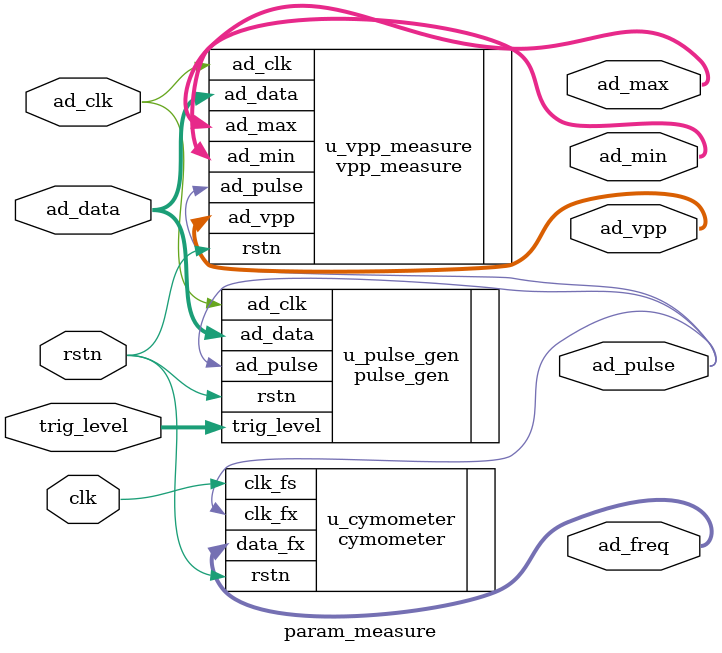
<source format=v>
module param_measure(
    input               clk ,       // 时钟
    input               rstn  ,    // 复位信号

    input      [7:0]    trig_level, // 触发电平
    
    input               ad_clk,     // AD时钟
    input      [7:0]    ad_data,    // AD输入数据
    
    output              ad_pulse,   //pulse_gen模块输出的脉冲信号,仅用于调试
    
    output     [19:0]   ad_freq,    // 被测时钟频率输出
    output     [7:0]    ad_vpp,     // AD峰峰值 
    output     [7:0]    ad_max,     // AD最大值
    output     [7:0]    ad_min      // AD最小值
);

//parameter define
parameter CLK_FS = 26'd50_000_000;  // 基准时钟频率值

//脉冲生成模块
pulse_gen u_pulse_gen(
    .rstn          (rstn),        //系统复位，低电平有效

    .trig_level     (trig_level),   // 触发电平
    .ad_clk         (ad_clk),       //AD9280驱动时钟
    .ad_data        (ad_data),      //AD输入数据

    .ad_pulse       (ad_pulse)      //输出的脉冲信号
    );

//等精度频率计模块
cymometer #(
    .CLK_FS         (CLK_FS)        // 基准时钟频率值
) u_cymometer(
    .clk_fs         (clk),
    .rstn          (rstn),

    .clk_fx         (ad_pulse),     // 被测时钟信号
    .data_fx        (ad_freq)       // 被测时钟频率输出
    );

//计算峰峰值
vpp_measure u_vpp_measure(
    .rstn          (rstn),
    
    .ad_clk         (ad_clk), 
    .ad_data        (ad_data),
    .ad_pulse       (ad_pulse),
    .ad_vpp         (ad_vpp),
    .ad_max         (ad_max),
    .ad_min         (ad_min)
    );

endmodule 
</source>
